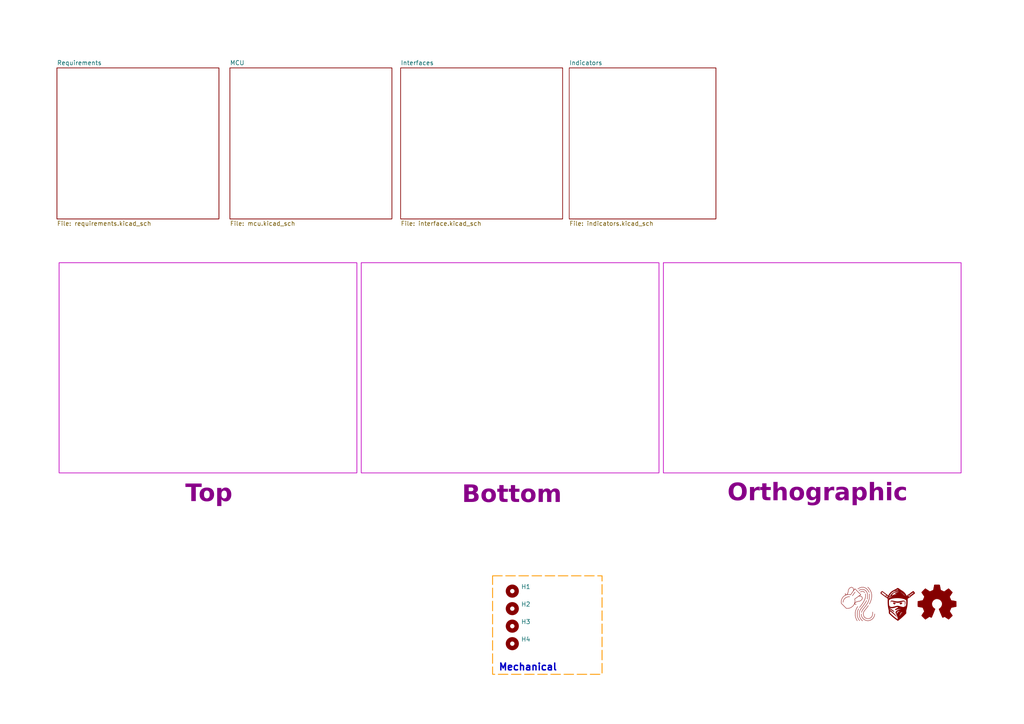
<source format=kicad_sch>
(kicad_sch (version 20250114) (generator "eeschema") (generator_version "9.0")
  (paper "A4")
  (title_block (title "Relay Module") (date "<<release-date>>") (rev "<<tag>>") (comment 1 "<<hash>>"))
  (lib_symbols
    (symbol "CRGM Logos:Aquarius Logo")
    (symbol "CRGM Logos:FNWW Face")
    (symbol "Graphic:Logo_Open_Hardware_Small" (in_bom no) (on_board no))
    (symbol "Mechanical:MountingHole" (pin_names (offset 1.016)) (in_bom no)
      (property "Reference" "H" (at 0 5.08 0))
      (property "Value" "MountingHole" (at 0 3.175 0))
    )
  )
  (rectangle (start 142.875 167.005) (end 174.625 195.58) (stroke (width 0.254) (type dash) (color 255 153 0 1)))
  (rectangle (start 17.145 76.2) (end 103.505 137.16) (stroke (width 0.2) (color 194 0 194 1)))
  (rectangle (start 104.775 76.2) (end 191.135 137.16) (stroke (width 0.2) (color 194 0 194 1)))
  (rectangle (start 192.405 76.2) (end 278.765 137.16) (stroke (width 0.2) (color 194 0 194 1)))
  (text "Mechanical" (at 144.526 194.818 0) (effects (font (size 2 2) (thickness 0.4) (bold yes)) (justify left bottom)))
  (text "Bottom" (at 148.463 145.034 0) (effects (font (size 5 5) (bold yes))))
  (text "Orthographic" (at 237.109 144.526 0) (effects (font (size 5 5) (bold yes))))
  (text "Top" (at 60.579 144.78 0) (effects (font (size 5 5) (bold yes))))
  (symbol (lib_id "Mechanical:MountingHole") (at 148.59 171.45 0) (unit 1) (in_bom no)
    (property "Reference" "H1" (at 151.13 170.1799 0) (effects (justify left)))
    (property "Value" "MountingHole" (effects (hide yes)))
    (property "Footprint" "CRGM Mechanical:MountingHole_3.2mm_M3_Pad_Via" (effects (hide yes)))
    (property "Description" "Mounting Hole without connection" (effects (hide yes)))
  )
  (symbol (lib_id "CRGM Logos:Aquarius Logo") (at 248.92 175.26 0) (unit 1) (in_bom no)
    (property "Reference" "LOGO1" (effects (hide yes)))
    (property "Footprint" "CRGM Logos:Aquarius Logo 8mm" (effects (hide yes)))
  )
  (symbol (lib_id "Mechanical:MountingHole") (at 148.59 181.61 0) (unit 1) (in_bom no)
    (property "Reference" "H3" (at 151.13 180.3399 0) (effects (justify left)))
    (property "Value" "MountingHole" (effects (hide yes)))
    (property "Footprint" "CRGM Mechanical:MountingHole_3.2mm_M3_Pad_Via" (effects (hide yes)))
    (property "Description" "Mounting Hole without connection" (effects (hide yes)))
  )
  (symbol (lib_id "Graphic:Logo_Open_Hardware_Small") (at 271.78 175.26 0) (unit 1) (in_bom no)
    (property "Reference" "LOGO3" (effects (hide yes)))
    (property "Value" "Logo_Open_Hardware_Small" (effects (hide yes)))
    (property "Footprint" "Symbol:OSHW-Logo_5.7x6mm_SilkScreen" (effects (hide yes)))
    (property "Description" "Open Hardware logo, small" (effects (hide yes)))
  )
  (symbol (lib_id "CRGM Logos:FNWW Face") (at 260.35 175.26 0) (unit 1) (in_bom no)
    (property "Reference" "LOGO2" (effects (hide yes)))
    (property "Footprint" "CRGM Logos:FNWW Face 8mm" (effects (hide yes)))
  )
  (symbol (lib_id "Mechanical:MountingHole") (at 148.59 176.53 0) (unit 1) (in_bom no)
    (property "Reference" "H2" (at 151.13 175.2599 0) (effects (justify left)))
    (property "Value" "MountingHole" (effects (hide yes)))
    (property "Footprint" "CRGM Mechanical:MountingHole_3.2mm_M3_Pad_Via" (effects (hide yes)))
    (property "Description" "Mounting Hole without connection" (effects (hide yes)))
  )
  (symbol (lib_id "Mechanical:MountingHole") (at 148.59 186.69 0) (unit 1) (in_bom no)
    (property "Reference" "H4" (at 151.13 185.4199 0) (effects (justify left)))
    (property "Value" "MountingHole" (effects (hide yes)))
    (property "Footprint" "CRGM Mechanical:MountingHole_3.2mm_M3_Pad_Via" (effects (hide yes)))
    (property "Description" "Mounting Hole without connection" (effects (hide yes)))
  )
  (sheet (at 165.1 19.685) (size 42.545 43.815) (stroke (width 0.1524))
    (property "Sheetname" "Indicators" (at 165.1 18.9734 0) (effects (justify left bottom)))
    (property "Sheetfile" "indicators.kicad_sch" (at 165.1 64.0846 0) (effects (justify left top)))
  )
  (sheet (at 66.675 19.685) (size 46.99 43.815) (stroke (width 0.1524))
    (property "Sheetname" "MCU" (at 66.675 18.9734 0) (effects (justify left bottom)))
    (property "Sheetfile" "mcu.kicad_sch" (at 66.675 64.0846 0) (effects (justify left top)))
  )
  (sheet (at 16.51 19.685) (size 46.99 43.815) (stroke (width 0.1524))
    (property "Sheetname" "Requirements" (at 16.51 18.9734 0) (effects (justify left bottom)))
    (property "Sheetfile" "requirements.kicad_sch" (at 16.51 64.0846 0) (effects (justify left top)))
  )
  (sheet (at 116.205 19.685) (size 46.99 43.815) (stroke (width 0.1524))
    (property "Sheetname" "Interfaces" (at 116.205 18.9734 0) (effects (justify left bottom)))
    (property "Sheetfile" "interface.kicad_sch" (at 116.205 64.0846 0) (effects (justify left top)))
  )
)
</source>
